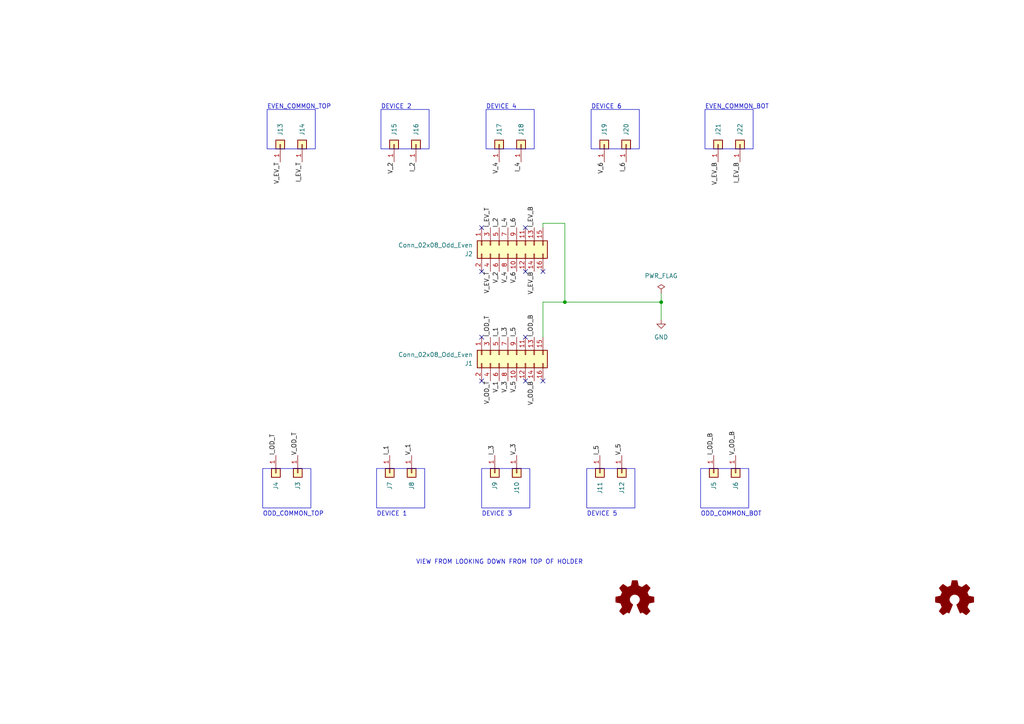
<source format=kicad_sch>
(kicad_sch (version 20230121) (generator eeschema)
  (paper "A4")
  (lib_symbols
    (symbol "Connector_Generic:Conn_01x01" (pin_names (offset 1.016) hide)
      (property "Reference" "J" (at 0 2.54 0))
      (property "Value" "Conn_01x01" (at 0 -2.54 0))
      (symbol "Conn_01x01_1_1"
        (rectangle (start -1.27 0.127) (end 0 -0.127) (stroke (width 0.1524)))
        (rectangle (start -1.27 1.27) (end 1.27 -1.27) (stroke (width 0.254)) (fill (type background)))
        (pin passive line (at -5.08 0 0) (length 3.81) (name "Pin_1") (number "1"))
      )
    )
    (symbol "Connector_Generic:Conn_02x08_Odd_Even" (pin_names (offset 1.016) hide)
      (property "Reference" "J" (at 1.27 10.16 0))
      (property "Value" "Conn_02x08_Odd_Even" (at 1.27 -12.7 0))
      (symbol "Conn_02x08_Odd_Even_1_1"
        (rectangle (start -1.27 -10.033) (end 0 -10.287) (stroke (width 0.1524)))
        (rectangle (start -1.27 -7.493) (end 0 -7.747) (stroke (width 0.1524)))
        (rectangle (start -1.27 -4.953) (end 0 -5.207) (stroke (width 0.1524)))
        (rectangle (start -1.27 -2.413) (end 0 -2.667) (stroke (width 0.1524)))
        (rectangle (start -1.27 0.127) (end 0 -0.127) (stroke (width 0.1524)))
        (rectangle (start -1.27 2.667) (end 0 2.413) (stroke (width 0.1524)))
        (rectangle (start -1.27 5.207) (end 0 4.953) (stroke (width 0.1524)))
        (rectangle (start -1.27 7.747) (end 0 7.493) (stroke (width 0.1524)))
        (rectangle (start -1.27 8.89) (end 3.81 -11.43) (stroke (width 0.254)) (fill (type background)))
        (rectangle (start 3.81 -10.033) (end 2.54 -10.287) (stroke (width 0.1524)))
        (rectangle (start 3.81 -7.493) (end 2.54 -7.747) (stroke (width 0.1524)))
        (rectangle (start 3.81 -4.953) (end 2.54 -5.207) (stroke (width 0.1524)))
        (rectangle (start 3.81 -2.413) (end 2.54 -2.667) (stroke (width 0.1524)))
        (rectangle (start 3.81 0.127) (end 2.54 -0.127) (stroke (width 0.1524)))
        (rectangle (start 3.81 2.667) (end 2.54 2.413) (stroke (width 0.1524)))
        (rectangle (start 3.81 5.207) (end 2.54 4.953) (stroke (width 0.1524)))
        (rectangle (start 3.81 7.747) (end 2.54 7.493) (stroke (width 0.1524)))
        (pin passive line (at -5.08 7.62 0) (length 3.81) (name "Pin_1") (number "1"))
        (pin passive line (at 7.62 -2.54 180) (length 3.81) (name "Pin_10") (number "10"))
        (pin passive line (at -5.08 -5.08 0) (length 3.81) (name "Pin_11") (number "11"))
        (pin passive line (at 7.62 -5.08 180) (length 3.81) (name "Pin_12") (number "12"))
        (pin passive line (at -5.08 -7.62 0) (length 3.81) (name "Pin_13") (number "13"))
        (pin passive line (at 7.62 -7.62 180) (length 3.81) (name "Pin_14") (number "14"))
        (pin passive line (at -5.08 -10.16 0) (length 3.81) (name "Pin_15") (number "15"))
        (pin passive line (at 7.62 -10.16 180) (length 3.81) (name "Pin_16") (number "16"))
        (pin passive line (at 7.62 7.62 180) (length 3.81) (name "Pin_2") (number "2"))
        (pin passive line (at -5.08 5.08 0) (length 3.81) (name "Pin_3") (number "3"))
        (pin passive line (at 7.62 5.08 180) (length 3.81) (name "Pin_4") (number "4"))
        (pin passive line (at -5.08 2.54 0) (length 3.81) (name "Pin_5") (number "5"))
        (pin passive line (at 7.62 2.54 180) (length 3.81) (name "Pin_6") (number "6"))
        (pin passive line (at -5.08 0 0) (length 3.81) (name "Pin_7") (number "7"))
        (pin passive line (at 7.62 0 180) (length 3.81) (name "Pin_8") (number "8"))
        (pin passive line (at -5.08 -2.54 0) (length 3.81) (name "Pin_9") (number "9"))
      )
    )
    (symbol "Graphic:Logo_Open_Hardware_Small" (in_bom no) (on_board no)
      (symbol "Logo_Open_Hardware_Small_0_1"
        (polyline (pts (xy 3.3528 -4.3434) (xy 3.302 -4.318) (xy 3.175 -4.2418) (xy 2.9972 -4.1148) (xy 2.7686 -3.9624) (xy 2.54 -3.81) (xy 2.3622 -3.7084) (xy 2.2352 -3.6068) (xy 2.1844 -3.5814) (xy 2.159 -3.6068) (xy 2.0574 -3.6576) (xy 1.905 -3.7338) (xy 1.8034 -3.7846) (xy 1.6764 -3.8354) (xy 1.6002 -3.8354) (xy 1.6002 -3.8354) (xy 1.5494 -3.7338) (xy 1.4732 -3.5306) (xy 1.3462 -3.302) (xy 1.2446 -3.0226) (xy 1.1176 -2.7178) (xy 0.9652 -2.413) (xy 0.8636 -2.1082) (xy 0.7366 -1.8288) (xy 0.6604 -1.6256) (xy 0.6096 -1.4732) (xy 0.5842 -1.397) (xy 0.5842 -1.397) (xy 0.6604 -1.3208) (xy 0.7874 -1.2446) (xy 1.0414 -1.016) (xy 1.2954 -0.6858) (xy 1.4478 -0.3302) (xy 1.524 0.0762) (xy 1.4732 0.4572) (xy 1.3208 0.8128) (xy 1.0668 1.143) (xy 0.762 1.3716) (xy 0.4064 1.524) (xy 0 1.5748) (xy -0.381 1.5494) (xy -0.7366 1.397) (xy -1.0668 1.143) (xy -1.2192 0.9906) (xy -1.397 0.6604) (xy -1.524 0.3048) (xy -1.524 0.2286) (xy -1.4986 -0.1778) (xy -1.397 -0.5334) (xy -1.1938 -0.8636) (xy -0.9144 -1.143) (xy -0.8636 -1.1684) (xy -0.7366 -1.27) (xy -0.635 -1.3462) (xy -0.5842 -1.397) (xy -1.0668 -2.5908) (xy -1.143 -2.794) (xy -1.2954 -3.1242) (xy -1.397 -3.4036) (xy -1.4986 -3.6322) (xy -1.5748 -3.7846) (xy -1.6002 -3.8354) (xy -1.6002 -3.8354) (xy -1.651 -3.8354) (xy -1.7272 -3.81) (xy -1.905 -3.7338) (xy -2.0066 -3.683) (xy -2.1336 -3.6068) (xy -2.2098 -3.5814) (xy -2.2606 -3.6068) (xy -2.3622 -3.683) (xy -2.54 -3.81) (xy -2.7686 -3.9624) (xy -2.9718 -4.0894) (xy -3.1496 -4.2164) (xy -3.302 -4.318) (xy -3.3528 -4.3434) (xy -3.3782 -4.3434) (xy -3.429 -4.318) (xy -3.5306 -4.2164) (xy -3.7084 -4.064) (xy -3.937 -3.8354) (xy -3.9624 -3.81) (xy -4.1656 -3.6068) (xy -4.318 -3.4544) (xy -4.4196 -3.3274) (xy -4.445 -3.2766) (xy -4.445 -3.2766) (xy -4.4196 -3.2258) (xy -4.318 -3.0734) (xy -4.2164 -2.8956) (xy -4.064 -2.667) (xy -3.6576 -2.0828) (xy -3.8862 -1.5494) (xy -3.937 -1.3716) (xy -4.0386 -1.1684) (xy -4.0894 -1.0414) (xy -4.1148 -0.9652) (xy -4.191 -0.9398) (xy -4.318 -0.9144) (xy -4.5466 -0.8636) (xy -4.8006 -0.8128) (xy -5.0546 -0.7874) (xy -5.2578 -0.7366) (xy -5.4356 -0.7112) (xy -5.5118 -0.6858) (xy -5.5118 -0.6858) (xy -5.5372 -0.635) (xy -5.5372 -0.5588) (xy -5.5372 -0.4318) (xy -5.5626 -0.2286) (xy -5.5626 0.0762) (xy -5.5626 0.127) (xy -5.5372 0.4064) (xy -5.5372 0.635) (xy -5.5372 0.762) (xy -5.5372 0.8382) (xy -5.5372 0.8382) (xy -5.461 0.8382) (xy -5.3086 0.889) (xy -5.08 0.9144) (xy -4.826 0.9652) (xy -4.8006 0.9906) (xy -4.5466 1.0414) (xy -4.318 1.0668) (xy -4.1656 1.1176) (xy -4.0894 1.143) (xy -4.0894 1.143) (xy -4.0386 1.2446) (xy -3.9624 1.4224) (xy -3.8608 1.6256) (xy -3.7846 1.8288) (xy -3.7084 2.0066) (xy -3.6576 2.159) (xy -3.6322 2.2098) (xy -3.6322 2.2098) (xy -3.683 2.286) (xy -3.7592 2.413) (xy -3.8862 2.5908) (xy -4.064 2.8194) (xy -4.064 2.8448) (xy -4.2164 3.0734) (xy -4.3434 3.2512) (xy -4.4196 3.3782) (xy -4.445 3.4544) (xy -4.445 3.4544) (xy -4.3942 3.5052) (xy -4.2926 3.6322) (xy -4.1148 3.81) (xy -3.937 4.0132) (xy -3.8608 4.064) (xy -3.6576 4.2926) (xy -3.5052 4.4196) (xy -3.4036 4.4958) (xy -3.3528 4.5212) (xy -3.3528 4.5212) (xy -3.302 4.4704) (xy -3.1496 4.3688) (xy -2.9718 4.2418) (xy -2.7432 4.0894) (xy -2.7178 4.0894) (xy -2.4892 3.937) (xy -2.3114 3.81) (xy -2.1844 3.7084) (xy -2.1336 3.683) (xy -2.1082 3.683) (xy -2.032 3.7084) (xy -1.8542 3.7592) (xy -1.6764 3.8354) (xy -1.4732 3.937) (xy -1.27 4.0132) (xy -1.143 4.064) (xy -1.0668 4.1148) (xy -1.0668 4.1148) (xy -1.0414 4.191) (xy -1.016 4.3434) (xy -0.9652 4.572) (xy -0.9144 4.8514) (xy -0.889 4.9022) (xy -0.8382 5.1562) (xy -0.8128 5.3848) (xy -0.7874 5.5372) (xy -0.762 5.588) (xy -0.7112 5.6134) (xy -0.5842 5.6134) (xy -0.4064 5.6134) (xy -0.1524 5.6134) (xy 0.0762 5.6134) (xy 0.3302 5.6134) (xy 0.5334 5.6134) (xy 0.6858 5.588) (xy 0.7366 5.588) (xy 0.7366 5.588) (xy 0.762 5.5118) (xy 0.8128 5.334) (xy 0.8382 5.1054) (xy 0.9144 4.826) (xy 0.9144 4.7752) (xy 0.9652 4.5212) (xy 1.016 4.2926) (xy 1.0414 4.1402) (xy 1.0668 4.0894) (xy 1.0668 4.0894) (xy 1.1938 4.0386) (xy 1.3716 3.9624) (xy 1.5748 3.8608) (xy 2.0828 3.6576) (xy 2.7178 4.0894) (xy 2.7686 4.1402) (xy 2.9972 4.2926) (xy 3.175 4.4196) (xy 3.302 4.4958) (xy 3.3782 4.5212) (xy 3.3782 4.5212) (xy 3.429 4.4704) (xy 3.556 4.3434) (xy 3.7338 4.191) (xy 3.9116 3.9878) (xy 4.064 3.8354) (xy 4.2418 3.6576) (xy 4.3434 3.556) (xy 4.4196 3.4798) (xy 4.4196 3.429) (xy 4.4196 3.4036) (xy 4.3942 3.3274) (xy 4.2926 3.2004) (xy 4.1656 2.9972) (xy 4.0132 2.794) (xy 3.8862 2.5908) (xy 3.7592 2.3876) (xy 3.6576 2.2352) (xy 3.6322 2.159) (xy 3.6322 2.1336) (xy 3.683 2.0066) (xy 3.7592 1.8288) (xy 3.8608 1.6002) (xy 4.064 1.1176) (xy 4.3942 1.0414) (xy 4.5974 1.016) (xy 4.8768 0.9652) (xy 5.1308 0.9144) (xy 5.5372 0.8382) (xy 5.5626 -0.6604) (xy 5.4864 -0.6858) (xy 5.4356 -0.6858) (xy 5.2832 -0.7366) (xy 5.0546 -0.762) (xy 4.8006 -0.8128) (xy 4.5974 -0.8636) (xy 4.3688 -0.9144) (xy 4.2164 -0.9398) (xy 4.1402 -0.9398) (xy 4.1148 -0.9652) (xy 4.064 -1.0668) (xy 3.9878 -1.2446) (xy 3.9116 -1.4478) (xy 3.81 -1.651) (xy 3.7338 -1.8542) (xy 3.683 -2.0066) (xy 3.6576 -2.0828) (xy 3.683 -2.1336) (xy 3.7846 -2.2606) (xy 3.8862 -2.4638) (xy 4.0386 -2.667) (xy 4.191 -2.8956) (xy 4.318 -3.0734) (xy 4.3942 -3.2004) (xy 4.445 -3.2766) (xy 4.4196 -3.3274) (xy 4.3434 -3.429) (xy 4.1656 -3.5814) (xy 3.937 -3.8354) (xy 3.8862 -3.8608) (xy 3.683 -4.064) (xy 3.5306 -4.2164) (xy 3.4036 -4.318) (xy 3.3528 -4.3434)) (fill (type outline)))
      )
    )
    (symbol "power:GND" (power) (pin_names (offset 0))
      (property "Value" "GND" (at 0 -3.81 0))
      (symbol "GND_0_1"
        (polyline (pts (xy 0 0) (xy 0 -1.27) (xy 1.27 -1.27) (xy 0 -2.54) (xy -1.27 -1.27) (xy 0 -1.27)))
      )
      (symbol "GND_1_1"
        (pin power_in line (at 0 0 270) (length 0) hide (name "GND") (number "1"))
      )
    )
    (symbol "power:PWR_FLAG" (power) (pin_numbers hide) (pin_names (offset 0) hide)
      (property "Value" "PWR_FLAG" (at 0 3.81 0))
      (symbol "PWR_FLAG_0_0"
        (pin power_out line (at 0 0 90) (length 0) (name "pwr") (number "1"))
      )
      (symbol "PWR_FLAG_0_1"
        (polyline (pts (xy 0 0) (xy 0 1.27) (xy -1.016 1.905) (xy 0 2.54) (xy 1.016 1.905) (xy 0 1.27)))
      )
    )
  )
  (junction (at 191.77 87.63))
  (junction (at 163.83 87.63))
  (no_connect (at 157.48 110.49))
  (no_connect (at 139.7 110.49))
  (no_connect (at 139.7 66.04))
  (no_connect (at 152.4 78.74))
  (no_connect (at 139.7 78.74))
  (no_connect (at 152.4 66.04))
  (no_connect (at 152.4 110.49))
  (no_connect (at 157.48 78.74))
  (no_connect (at 139.7 97.79))
  (no_connect (at 152.4 97.79))
  (wire (pts (xy 157.48 87.63) (xy 163.83 87.63)))
  (wire (pts (xy 157.48 64.77) (xy 163.83 64.77)))
  (wire (pts (xy 191.77 85.09) (xy 191.77 87.63)))
  (wire (pts (xy 163.83 87.63) (xy 191.77 87.63)))
  (wire (pts (xy 191.77 87.63) (xy 191.77 92.71)))
  (wire (pts (xy 163.83 64.77) (xy 163.83 87.63)))
  (wire (pts (xy 157.48 66.04) (xy 157.48 64.77)))
  (wire (pts (xy 157.48 97.79) (xy 157.48 87.63)))
  (rectangle (start 124.46 31.75) (end 110.49 43.18))
  (rectangle (start 76.2 135.89) (end 90.17 147.32))
  (rectangle (start 203.2 135.89) (end 217.17 147.32))
  (rectangle (start 218.44 31.75) (end 204.47 43.18))
  (rectangle (start 154.94 31.75) (end 140.97 43.18))
  (rectangle (start 109.22 135.89) (end 123.19 147.32))
  (rectangle (start 139.7 135.89) (end 153.67 147.32))
  (rectangle (start 185.42 31.75) (end 171.45 43.18))
  (rectangle (start 91.44 31.75) (end 77.47 43.18))
  (rectangle (start 170.18 135.89) (end 184.15 147.32))
  (text "ODD_COMMON_TOP" (at 76.2 149.86 0) (effects (font (size 1.27 1.27)) (justify left bottom)))
  (text "EVEN_COMMON_BOT" (at 204.47 31.75 0) (effects (font (size 1.27 1.27)) (justify left bottom)))
  (text "DEVICE 6" (at 171.45 31.75 0) (effects (font (size 1.27 1.27)) (justify left bottom)))
  (text "DEVICE 4" (at 140.97 31.75 0) (effects (font (size 1.27 1.27)) (justify left bottom)))
  (text "ODD_COMMON_BOT" (at 203.2 149.86 0) (effects (font (size 1.27 1.27)) (justify left bottom)))
  (text "VIEW FROM LOOKING DOWN FROM TOP OF HOLDER" (at 120.65 163.83 0) (effects (font (size 1.27 1.27)) (justify left bottom)))
  (text "DEVICE 3" (at 139.7 149.86 0) (effects (font (size 1.27 1.27)) (justify left bottom)))
  (text "DEVICE 5" (at 170.18 149.86 0) (effects (font (size 1.27 1.27)) (justify left bottom)))
  (text "DEVICE 2" (at 110.49 31.75 0) (effects (font (size 1.27 1.27)) (justify left bottom)))
  (text "EVEN_COMMON_TOP" (at 77.47 31.75 0) (effects (font (size 1.27 1.27)) (justify left bottom)))
  (text "DEVICE 1" (at 109.22 149.86 0) (effects (font (size 1.27 1.27)) (justify left bottom)))
  (label "I_EV_T" (at 142.24 66.04 90))
  (label "V_4" (at 144.78 46.99 270))
  (label "V_EV_B" (at 208.28 46.99 270))
  (label "V_1" (at 119.38 132.08 90))
  (label "V_6" (at 175.26 46.99 270))
  (label "V_3" (at 149.86 132.08 90))
  (label "I_EV_B" (at 214.63 46.99 270))
  (label "V_EV_B" (at 154.94 78.74 270))
  (label "I_6" (at 181.61 46.99 270))
  (label "V_OD_T" (at 142.24 110.49 270))
  (label "I_EV_T" (at 87.63 46.99 270))
  (label "I_OD_T" (at 80.01 132.08 90))
  (label "V_OD_B" (at 213.36 132.08 90))
  (label "V_1" (at 144.78 110.49 270))
  (label "V_4" (at 147.32 78.74 270))
  (label "V_2" (at 114.3 46.99 270))
  (label "I_3" (at 147.32 97.79 90))
  (label "I_OD_B" (at 154.94 97.79 90))
  (label "I_1" (at 113.03 132.08 90))
  (label "V_6" (at 149.86 78.74 270))
  (label "V_OD_T" (at 86.36 132.08 90))
  (label "I_5" (at 149.86 97.79 90))
  (label "V_3" (at 147.32 110.49 270))
  (label "V_5" (at 149.86 110.49 270))
  (label "I_2" (at 144.78 66.04 90))
  (label "V_5" (at 180.34 132.08 90))
  (label "I_3" (at 143.51 132.08 90))
  (label "I_4" (at 147.32 66.04 90))
  (label "V_2" (at 144.78 78.74 270))
  (label "I_OD_B" (at 207.01 132.08 90))
  (label "I_1" (at 144.78 97.79 90))
  (label "V_EV_T" (at 142.24 78.74 270))
  (label "I_4" (at 151.13 46.99 270))
  (label "I_OD_T" (at 142.24 97.79 90))
  (label "I_EV_B" (at 154.94 66.04 90))
  (label "V_EV_T" (at 81.28 46.99 270))
  (label "I_5" (at 173.99 132.08 90))
  (label "V_OD_B" (at 154.94 110.49 270))
  (label "I_2" (at 120.65 46.99 270))
  (label "I_6" (at 149.86 66.04 90))
  (symbol (lib_id "Connector_Generic:Conn_01x01") (at 144.78 41.91 270) (mirror x) (unit 1)
    (property "Reference" "J17" (at 144.78 39.37 0) (effects (justify left)))
    (property "Value" "Conn_01x01" (effects hide))
    (property "Footprint" "custom:S25-022+P25-4023_OFF" (effects hide))
  )
  (symbol (lib_id "Connector_Generic:Conn_01x01") (at 149.86 137.16 270) (unit 1)
    (property "Reference" "J10" (at 149.86 139.7 0) (effects (justify left)))
    (property "Value" "Conn_01x01" (effects hide))
    (property "Footprint" "custom:S25-022+P25-4023_OFF" (effects hide))
  )
  (symbol (lib_id "Connector_Generic:Conn_01x01") (at 207.01 137.16 270) (unit 1)
    (property "Reference" "J5" (at 207.01 139.7 0) (effects (justify left)))
    (property "Value" "Conn_01x01" (effects hide))
    (property "Footprint" "custom:S25-022+P25-4023_OFF" (effects hide))
  )
  (symbol (lib_id "Connector_Generic:Conn_02x08_Odd_Even") (at 147.32 71.12 90) (mirror x) (unit 1)
    (property "Reference" "J2" (at 137.16 73.66 90) (effects (justify left)))
    (property "Value" "Conn_02x08_Odd_Even" (at 137.16 71.12 90) (effects (justify left)))
    (property "Footprint" "custom:HIF3FC-16PA-2.54DSA(71)" (effects hide))
    (property "partno_header" "HIF3FC -16PA-2.54DSA(71)" (effects hide))
    (property "partno_receptical" "HIF3FB-16DA-2.54DSA(71)" (effects hide))
  )
  (symbol (lib_id "Connector_Generic:Conn_01x01") (at 208.28 41.91 270) (mirror x) (unit 1)
    (property "Reference" "J21" (at 208.28 39.37 0) (effects (justify left)))
    (property "Value" "Conn_01x01" (effects hide))
    (property "Footprint" "custom:S25-022+P25-4023_OFF" (effects hide))
  )
  (symbol (lib_id "power:PWR_FLAG") (at 191.77 85.09 0) (unit 1)
    (property "Reference" "#FLG01" (effects hide))
    (property "Value" "PWR_FLAG" (at 191.77 80.01 0))
  )
  (symbol (lib_id "Connector_Generic:Conn_01x01") (at 120.65 41.91 270) (mirror x) (unit 1)
    (property "Reference" "J16" (at 120.65 39.37 0) (effects (justify left)))
    (property "Value" "Conn_01x01" (effects hide))
    (property "Footprint" "custom:S25-022+P25-4023_OFF" (effects hide))
  )
  (symbol (lib_id "Connector_Generic:Conn_01x01") (at 113.03 137.16 270) (unit 1)
    (property "Reference" "J7" (at 113.03 139.7 0) (effects (justify left)))
    (property "Value" "Conn_01x01" (effects hide))
    (property "Footprint" "custom:S25-022+P25-4023_OFF" (effects hide))
  )
  (symbol (lib_id "Connector_Generic:Conn_01x01") (at 181.61 41.91 270) (mirror x) (unit 1)
    (property "Reference" "J20" (at 181.61 39.37 0) (effects (justify left)))
    (property "Value" "Conn_01x01" (effects hide))
    (property "Footprint" "custom:S25-022+P25-4023_OFF" (effects hide))
  )
  (symbol (lib_id "Graphic:Logo_Open_Hardware_Small") (at 184.15 173.99 0) (unit 1) (in_bom no)
    (property "Reference" "SYM1" (effects hide))
    (property "Value" "Logo_Open_Hardware_Small" (effects hide))
    (property "Footprint" "custom:site_small" (effects hide))
    (property "Sim.Enable" "0" (effects hide))
  )
  (symbol (lib_id "Graphic:Logo_Open_Hardware_Small") (at 276.86 173.99 0) (unit 1) (in_bom no)
    (property "Reference" "SYM2" (effects hide))
    (property "Value" "Logo_Open_Hardware_Small" (effects hide))
    (property "Footprint" "custom:site_small" (effects hide))
    (property "Sim.Enable" "0" (effects hide))
  )
  (symbol (lib_id "Connector_Generic:Conn_01x01") (at 114.3 41.91 270) (mirror x) (unit 1)
    (property "Reference" "J15" (at 114.3 39.37 0) (effects (justify left)))
    (property "Value" "Conn_01x01" (effects hide))
    (property "Footprint" "custom:S25-022+P25-4023_OFF" (effects hide))
  )
  (symbol (lib_id "Connector_Generic:Conn_01x01") (at 143.51 137.16 270) (unit 1)
    (property "Reference" "J9" (at 143.51 139.7 0) (effects (justify left)))
    (property "Value" "Conn_01x01" (effects hide))
    (property "Footprint" "custom:S25-022+P25-4023_OFF" (effects hide))
  )
  (symbol (lib_id "Connector_Generic:Conn_02x08_Odd_Even") (at 147.32 102.87 90) (mirror x) (unit 1)
    (property "Reference" "J1" (at 137.16 105.41 90) (effects (justify left)))
    (property "Value" "Conn_02x08_Odd_Even" (at 137.16 102.87 90) (effects (justify left)))
    (property "Footprint" "custom:HIF3FC-16PA-2.54DSA(71)" (effects hide))
    (property "partno_receptical" "HIF3FB-16DA-2.54DSA(71)" (effects hide))
    (property "partno_header" "HIF3FC -16PA-2.54DSA(71)" (effects hide))
  )
  (symbol (lib_id "power:GND") (at 191.77 92.71 0) (unit 1)
    (property "Reference" "#PWR03" (effects hide))
    (property "Value" "GND" (at 191.77 97.79 0))
  )
  (symbol (lib_id "Connector_Generic:Conn_01x01") (at 86.36 137.16 270) (unit 1)
    (property "Reference" "J3" (at 86.36 139.7 0) (effects (justify left)))
    (property "Value" "Conn_01x01" (effects hide))
    (property "Footprint" "custom:S25-022+P25-4023_OFF" (effects hide))
  )
  (symbol (lib_id "Connector_Generic:Conn_01x01") (at 173.99 137.16 270) (unit 1)
    (property "Reference" "J11" (at 173.99 139.7 0) (effects (justify left)))
    (property "Value" "Conn_01x01" (effects hide))
    (property "Footprint" "custom:S25-022+P25-4023_OFF" (effects hide))
  )
  (symbol (lib_id "Connector_Generic:Conn_01x01") (at 81.28 41.91 270) (mirror x) (unit 1)
    (property "Reference" "J13" (at 81.28 39.37 0) (effects (justify left)))
    (property "Value" "Conn_01x01" (effects hide))
    (property "Footprint" "custom:S25-022+P25-4023_OFF" (effects hide))
  )
  (symbol (lib_id "Connector_Generic:Conn_01x01") (at 175.26 41.91 270) (mirror x) (unit 1)
    (property "Reference" "J19" (at 175.26 39.37 0) (effects (justify left)))
    (property "Value" "Conn_01x01" (effects hide))
    (property "Footprint" "custom:S25-022+P25-4023_OFF" (effects hide))
  )
  (symbol (lib_id "Connector_Generic:Conn_01x01") (at 87.63 41.91 270) (mirror x) (unit 1)
    (property "Reference" "J14" (at 87.63 39.37 0) (effects (justify left)))
    (property "Value" "Conn_01x01" (effects hide))
    (property "Footprint" "custom:S25-022+P25-4023_OFF" (effects hide))
  )
  (symbol (lib_id "Connector_Generic:Conn_01x01") (at 213.36 137.16 270) (unit 1)
    (property "Reference" "J6" (at 213.36 139.7 0) (effects (justify left)))
    (property "Value" "Conn_01x01" (effects hide))
    (property "Footprint" "custom:S25-022+P25-4023_OFF" (effects hide))
  )
  (symbol (lib_id "Connector_Generic:Conn_01x01") (at 180.34 137.16 270) (unit 1)
    (property "Reference" "J12" (at 180.34 139.7 0) (effects (justify left)))
    (property "Value" "Conn_01x01" (effects hide))
    (property "Footprint" "custom:S25-022+P25-4023_OFF" (effects hide))
  )
  (symbol (lib_id "Connector_Generic:Conn_01x01") (at 80.01 137.16 270) (unit 1)
    (property "Reference" "J4" (at 80.01 139.7 0) (effects (justify left)))
    (property "Value" "Conn_01x01" (effects hide))
    (property "Footprint" "custom:S25-022+P25-4023_OFF" (effects hide))
  )
  (symbol (lib_id "Connector_Generic:Conn_01x01") (at 151.13 41.91 270) (mirror x) (unit 1)
    (property "Reference" "J18" (at 151.13 39.37 0) (effects (justify left)))
    (property "Value" "Conn_01x01" (effects hide))
    (property "Footprint" "custom:S25-022+P25-4023_OFF" (effects hide))
  )
  (symbol (lib_id "Connector_Generic:Conn_01x01") (at 214.63 41.91 270) (mirror x) (unit 1)
    (property "Reference" "J22" (at 214.63 39.37 0) (effects (justify left)))
    (property "Value" "Conn_01x01" (effects hide))
    (property "Footprint" "custom:S25-022+P25-4023_OFF" (effects hide))
  )
  (symbol (lib_id "Connector_Generic:Conn_01x01") (at 119.38 137.16 270) (unit 1)
    (property "Reference" "J8" (at 119.38 139.7 0) (effects (justify left)))
    (property "Value" "Conn_01x01" (effects hide))
    (property "Footprint" "custom:S25-022+P25-4023_OFF" (effects hide))
  )
)
</source>
